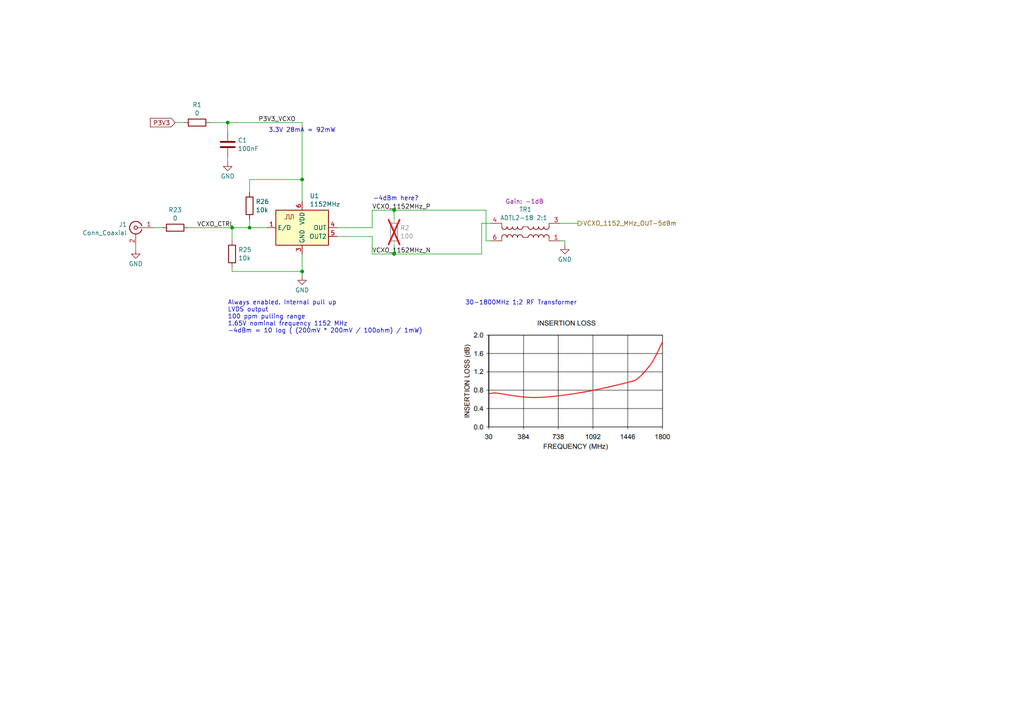
<source format=kicad_sch>
(kicad_sch (version 20231120) (generator "eeschema") (generator_version "8.0")
  (paper "A4")
  (lib_symbols
    (symbol "Connector:Conn_Coaxial" (pin_names (offset 1.016) hide)
      (property "Reference" "J" (at 0.254 3.048 0))
      (property "Value" "Conn_Coaxial" (at 2.921 0 90))
      (symbol "Conn_Coaxial_0_1"
        (arc (start -1.778 -0.508) (mid 0.2311 -1.8066) (end 1.778 0) (stroke (width 0.254)))
        (polyline (pts (xy -2.54 0) (xy -0.508 0)))
        (polyline (pts (xy 0 -2.54) (xy 0 -1.778)))
        (circle (center 0 0) (radius 0.508) (stroke (width 0.2032)))
        (arc (start 1.778 0) (mid 0.2099 1.8101) (end -1.778 0.508) (stroke (width 0.254)))
      )
      (symbol "Conn_Coaxial_1_1"
        (pin passive line (at -5.08 0 0) (length 2.54) (name "In") (number "1"))
        (pin passive line (at 0 -5.08 90) (length 2.54) (name "Ext") (number "2"))
      )
    )
    (symbol "Device:C" (pin_numbers hide) (pin_names (offset 0.254))
      (property "Reference" "C" (at 0.635 2.54 0))
      (property "Value" "C" (at 0.635 -2.54 0))
      (symbol "C_0_1"
        (polyline (pts (xy -2.032 -0.762) (xy 2.032 -0.762)) (stroke (width 0.508)))
        (polyline (pts (xy -2.032 0.762) (xy 2.032 0.762)) (stroke (width 0.508)))
      )
      (symbol "C_1_1"
        (pin passive line (at 0 3.81 270) (length 2.794) (name "~") (number "1"))
        (pin passive line (at 0 -3.81 90) (length 2.794) (name "~") (number "2"))
      )
    )
    (symbol "Device:R" (pin_numbers hide) (pin_names (offset 0))
      (property "Reference" "R" (at 2.032 0 90))
      (property "Value" "R" (at 0 0 90))
      (symbol "R_0_1"
        (rectangle (start -1.016 -2.54) (end 1.016 2.54) (stroke (width 0.254)))
      )
      (symbol "R_1_1"
        (pin passive line (at 0 3.81 270) (length 1.27) (name "~") (number "1"))
        (pin passive line (at 0 -3.81 90) (length 1.27) (name "~") (number "2"))
      )
    )
    (symbol "Oscillator:XUX73"
      (property "Reference" "U" (at -6.35 6.35 0))
      (property "Value" "XUX73" (at 5.08 6.35 0))
      (symbol "XUX73_0_1"
        (rectangle (start -7.62 5.08) (end 7.62 -5.08) (stroke (width 0.254)) (fill (type background)))
      )
      (symbol "XUX73_1_1"
        (polyline (pts (xy -5.08 2.54) (xy -4.445 2.54) (xy -4.445 3.81) (xy -3.81 3.81) (xy -3.81 2.54) (xy -3.175 2.54) (xy -3.175 3.81) (xy -2.54 3.81) (xy -2.54 2.54)))
        (pin input line (at -10.16 0 0) (length 2.54) (name "E/D") (number "1"))
        (pin no_connect line (at -7.62 -2.54 0) (length 2.54) hide (name "NC") (number "2"))
        (pin power_in line (at 0 -7.62 90) (length 2.54) (name "GND") (number "3"))
        (pin output line (at 10.16 0 180) (length 2.54) (name "OUT") (number "4"))
        (pin output line (at 10.16 -2.54 180) (length 2.54) (name "OUT2") (number "5"))
        (pin power_in line (at 0 7.62 270) (length 2.54) (name "VDD") (number "6"))
      )
    )
    (symbol "Transformer:ADTL2-18" (pin_names hide)
      (property "Reference" "TR" (at 0 3.81 0))
      (property "Value" "ADTL2-18" (at 0 -3.81 0))
      (symbol "ADTL2-18_0_1"
        (arc (start -6.858 1.524) (mid -6.096 0.7653) (end -5.334 1.524) (stroke (width 0.2032)))
        (arc (start -5.334 -1.524) (mid -6.096 -0.7653) (end -6.858 -1.524) (stroke (width 0.2032)))
        (arc (start -5.334 1.524) (mid -4.572 0.7653) (end -3.81 1.524) (stroke (width 0.2032)))
        (arc (start -3.81 -1.524) (mid -4.572 -0.7653) (end -5.334 -1.524) (stroke (width 0.2032)))
        (arc (start -3.81 1.524) (mid -3.048 0.7653) (end -2.286 1.524) (stroke (width 0.2032)))
        (arc (start -2.286 -1.524) (mid -3.048 -0.7653) (end -3.81 -1.524) (stroke (width 0.2032)))
        (arc (start -2.286 1.524) (mid -1.524 0.7653) (end -0.762 1.524) (stroke (width 0.2032)))
        (arc (start -0.762 -1.524) (mid -1.524 -0.7653) (end -2.286 -1.524) (stroke (width 0.2032)))
        (polyline (pts (xy -0.762 -1.524) (xy 0.762 -1.524)))
        (polyline (pts (xy -0.762 1.524) (xy 0.762 1.524)))
        (polyline (pts (xy -6.858 -1.524) (xy -6.858 -2.54) (xy -7.62 -2.54)))
        (polyline (pts (xy -6.858 1.524) (xy -6.858 2.54) (xy -7.62 2.54)))
        (polyline (pts (xy 6.858 -1.524) (xy 6.858 -2.54) (xy 7.62 -2.54)))
        (polyline (pts (xy 6.858 1.524) (xy 6.858 2.54) (xy 7.62 2.54)))
        (arc (start 0.762 1.524) (mid 1.524 0.7653) (end 2.286 1.524) (stroke (width 0.2032)))
        (arc (start 2.286 -1.524) (mid 1.524 -0.7653) (end 0.762 -1.524) (stroke (width 0.2032)))
        (arc (start 2.286 1.524) (mid 3.048 0.7653) (end 3.81 1.524) (stroke (width 0.2032)))
        (arc (start 3.81 -1.524) (mid 3.048 -0.7653) (end 2.286 -1.524) (stroke (width 0.2032)))
        (arc (start 3.81 1.524) (mid 4.572 0.7653) (end 5.334 1.524) (stroke (width 0.2032)))
        (arc (start 5.334 -1.524) (mid 4.572 -0.7653) (end 3.81 -1.524) (stroke (width 0.2032)))
        (arc (start 5.334 1.524) (mid 6.096 0.7653) (end 6.858 1.524) (stroke (width 0.2032)))
        (arc (start 6.858 -1.524) (mid 6.096 -0.7653) (end 5.334 -1.524) (stroke (width 0.2032)))
      )
      (symbol "ADTL2-18_1_1"
        (pin passive line (at -10.16 2.54 0) (length 2.54) (name "~") (number "1"))
        (pin passive line (at -10.16 -2.54 0) (length 2.54) (name "~") (number "3"))
        (pin passive line (at 10.16 -2.54 180) (length 2.54) (name "~") (number "4"))
        (pin passive line (at 10.16 2.54 180) (length 2.54) (name "~") (number "6"))
      )
    )
    (symbol "power:GND" (power) (pin_numbers hide) (pin_names (offset 0) hide)
      (property "Value" "GND" (at 0 -3.81 0))
      (symbol "GND_0_1"
        (polyline (pts (xy 0 0) (xy 0 -1.27) (xy 1.27 -1.27) (xy 0 -2.54) (xy -1.27 -1.27) (xy 0 -1.27)))
      )
      (symbol "GND_1_1"
        (pin power_in line (at 0 0 270) (length 0) (name "~") (number "1"))
      )
    )
  )
  (junction (at 87.63 78.74))
  (junction (at 87.63 52.07))
  (junction (at 66.04 35.56))
  (junction (at 114.3 60.96))
  (junction (at 67.31 66.04))
  (junction (at 114.3 73.66))
  (junction (at 72.39 66.04))
  (wire (pts (xy 67.31 66.04) (xy 72.39 66.04)))
  (wire (pts (xy 97.79 66.04) (xy 107.95 66.04)))
  (wire (pts (xy 114.3 73.66) (xy 107.95 73.66)))
  (wire (pts (xy 72.39 55.88) (xy 72.39 52.07)))
  (wire (pts (xy 67.31 78.74) (xy 87.63 78.74)))
  (wire (pts (xy 54.61 66.04) (xy 67.31 66.04)))
  (wire (pts (xy 142.24 64.77) (xy 139.7 64.77)))
  (wire (pts (xy 107.95 60.96) (xy 107.95 66.04)))
  (wire (pts (xy 142.24 69.85) (xy 140.97 69.85)))
  (wire (pts (xy 66.04 35.56) (xy 66.04 38.1)))
  (wire (pts (xy 44.45 66.04) (xy 46.99 66.04)))
  (wire (pts (xy 39.37 71.12) (xy 39.37 72.39)))
  (wire (pts (xy 67.31 77.47) (xy 67.31 78.74)))
  (wire (pts (xy 162.56 69.85) (xy 163.83 69.85)))
  (wire (pts (xy 72.39 63.5) (xy 72.39 66.04)))
  (wire (pts (xy 66.04 35.56) (xy 87.63 35.56)))
  (wire (pts (xy 60.96 35.56) (xy 66.04 35.56)))
  (wire (pts (xy 107.95 60.96) (xy 114.3 60.96)))
  (wire (pts (xy 67.31 66.04) (xy 67.31 69.85)))
  (wire (pts (xy 114.3 60.96) (xy 140.97 60.96)))
  (wire (pts (xy 87.63 52.07) (xy 87.63 58.42)))
  (wire (pts (xy 107.95 73.66) (xy 107.95 68.58)))
  (wire (pts (xy 114.3 73.66) (xy 139.7 73.66)))
  (wire (pts (xy 87.63 78.74) (xy 87.63 80.01)))
  (wire (pts (xy 139.7 64.77) (xy 139.7 73.66)))
  (wire (pts (xy 87.63 35.56) (xy 87.63 52.07)))
  (wire (pts (xy 114.3 60.96) (xy 114.3 63.5)))
  (wire (pts (xy 162.56 64.77) (xy 167.64 64.77)))
  (wire (pts (xy 107.95 68.58) (xy 97.79 68.58)))
  (wire (pts (xy 72.39 52.07) (xy 87.63 52.07)))
  (wire (pts (xy 163.83 69.85) (xy 163.83 71.12)))
  (wire (pts (xy 140.97 60.96) (xy 140.97 69.85)))
  (wire (pts (xy 66.04 45.72) (xy 66.04 46.99)))
  (wire (pts (xy 50.8 35.56) (xy 53.34 35.56)))
  (wire (pts (xy 114.3 73.66) (xy 114.3 71.12)))
  (wire (pts (xy 87.63 73.66) (xy 87.63 78.74)))
  (wire (pts (xy 72.39 66.04) (xy 77.47 66.04)))
  (image (at 164.465 111.76) (scale 0.627391))
  (text "Always enabled. Internal pull up \nLVDS output\n100 ppm pulling range\n1.65V nominal frequency 1152 MHz\n-4dBm = 10 log ( (200mV * 200mV / 100ohm) / 1mW) " (at 66.04 91.948 0) (effects (font (size 1.27 1.27)) (justify left)))
  (text "-4dBm here?" (at 114.808 57.658 0) (effects (font (size 1.27 1.27))))
  (text "3.3V 28mA = 92mW" (at 87.63 37.846 0) (effects (font (size 1.27 1.27))))
  (text "30-1800MHz 1:2 RF Transformer" (at 151.13 87.884 0) (effects (font (size 1.27 1.27))))
  (label "VCXO_CTRL" (at 57.15 66.04 0))
  (label "VCXO_1152MHz_N" (at 107.95 73.66 0))
  (label "VCXO_1152MHz_P" (at 107.95 60.96 0))
  (label "P3V3_VCXO" (at 74.93 35.56 0))
  (global_label "P3V3" (shape input) (at 50.8 35.56 180) (property "Intersheetrefs" "${INTERSHEET_REFS}" (effects (hide yes))))
  (hierarchical_label "VCXO_1152_MHz_OUT-5dBm" (shape output) (at 167.64 64.77 0))
  (symbol (lib_id "power:GND") (at 39.37 72.39 0) (unit 1)
    (property "Reference" "#PWR01" (effects (hide yes)))
    (property "Value" "GND" (at 39.37 76.5231 0))
    (property "Description" "Power symbol creates a global label with name \"GND\" , ground" (effects (hide yes)))
  )
  (symbol (lib_id "power:GND") (at 66.04 46.99 0) (unit 1)
    (property "Reference" "#PWR02" (effects (hide yes)))
    (property "Value" "GND" (at 66.04 51.1231 0))
    (property "Description" "Power symbol creates a global label with name \"GND\" , ground" (effects (hide yes)))
  )
  (symbol (lib_id "Device:R") (at 114.3 67.31 0) (unit 1) (dnp yes)
    (property "Reference" "R2" (at 116.078 66.0978 0) (effects (justify left)))
    (property "Value" "100" (at 116.078 68.5221 0) (effects (justify left)))
    (property "Footprint" "Resistor_SMD:R_0603_1608Metric_Pad0.98x0.95mm_HandSolder" (effects (hide yes)))
    (property "Description" "Resistor" (effects (hide yes)))
  )
  (symbol (lib_id "Connector:Conn_Coaxial") (at 39.37 66.04 0) (mirror y) (unit 1)
    (property "Reference" "J1" (at 36.8299 65.121 0) (effects (justify left)))
    (property "Value" "Conn_Coaxial" (at 36.8299 67.5453 0) (effects (justify left)))
    (property "Footprint" "Connector_Coaxial:BNC_Amphenol_B6252HB-NPP3G-50_Horizontal" (effects (hide yes)))
    (property "Datasheet" " ~" (effects (hide yes)))
    (property "Description" "coaxial connector (BNC, SMA, SMB, SMC, Cinch/RCA, LEMO, ...)" (effects (hide yes)))
  )
  (symbol (lib_id "Device:R") (at 72.39 59.69 180) (unit 1)
    (property "Reference" "R26" (at 74.168 58.4778 0) (effects (justify right)))
    (property "Value" "10k" (at 74.168 60.9021 0) (effects (justify right)))
    (property "Footprint" "Resistor_SMD:R_0603_1608Metric_Pad0.98x0.95mm_HandSolder" (effects (hide yes)))
    (property "Description" "Resistor" (effects (hide yes)))
  )
  (symbol (lib_id "power:GND") (at 163.83 71.12 0) (unit 1)
    (property "Reference" "#PWR04" (effects (hide yes)))
    (property "Value" "GND" (at 163.83 75.2531 0))
    (property "Description" "Power symbol creates a global label with name \"GND\" , ground" (effects (hide yes)))
  )
  (symbol (lib_id "Transformer:ADTL2-18") (at 152.4 67.31 180) (unit 1)
    (property "Reference" "TR1" (at 152.4 60.7525 0))
    (property "Value" "ADTL2-18 2:1 " (at 152.4 63.1768 0))
    (property "Footprint" "RF_Mini-Circuits:Mini-Circuits_CD542_H2.84mm" (effects (hide yes)))
    (property "Datasheet" "https://www.minicircuits.com/pdfs/ADTL2-18+.pdf" (effects (hide yes)))
    (property "Description" "30-1800MHz 1:2 RF Transformer, Balanced Transmission Line, CD542" (effects (hide yes)))
    (property "Gain" "-1dB" (at 152.146 58.42 0) (show_name yes))
  )
  (symbol (lib_id "Device:R") (at 67.31 73.66 180) (unit 1)
    (property "Reference" "R25" (at 69.088 72.4478 0) (effects (justify right)))
    (property "Value" "10k" (at 69.088 74.8721 0) (effects (justify right)))
    (property "Footprint" "Resistor_SMD:R_0603_1608Metric_Pad0.98x0.95mm_HandSolder" (effects (hide yes)))
    (property "Description" "Resistor" (effects (hide yes)))
  )
  (symbol (lib_id "Device:C") (at 66.04 41.91 0) (unit 1)
    (property "Reference" "C1" (at 68.961 40.6978 0) (effects (justify left)))
    (property "Value" "100nF" (at 68.961 43.1221 0) (effects (justify left)))
    (property "Footprint" "Capacitor_SMD:C_0603_1608Metric_Pad1.08x0.95mm_HandSolder" (effects (hide yes)))
    (property "Description" "Unpolarized capacitor" (effects (hide yes)))
  )
  (symbol (lib_id "power:GND") (at 87.63 80.01 0) (unit 1)
    (property "Reference" "#PWR03" (effects (hide yes)))
    (property "Value" "GND" (at 87.63 84.1431 0))
    (property "Description" "Power symbol creates a global label with name \"GND\" , ground" (effects (hide yes)))
  )
  (symbol (lib_id "Device:R") (at 57.15 35.56 90) (unit 1)
    (property "Reference" "R1" (at 57.15 30.3995 90))
    (property "Value" "0" (at 57.15 32.8238 90))
    (property "Footprint" "Resistor_SMD:R_0603_1608Metric_Pad0.98x0.95mm_HandSolder" (effects (hide yes)))
    (property "Description" "Resistor" (effects (hide yes)))
  )
  (symbol (lib_id "Oscillator:XUX73") (at 87.63 66.04 0) (unit 1)
    (property "Reference" "U1" (at 89.8241 56.8155 0) (effects (justify left)))
    (property "Value" "1152MHz" (at 89.8241 59.2398 0) (effects (justify left)))
    (property "Footprint" "Oscillator:Oscillator_SMD_IDT_JU6-6_7.0x5.0mm_P2.54mm" (effects (hide yes)))
    (property "Datasheet" "https://www.renesas.com/us/en/document/dst/xu-family-low-phase-noise-quartz-based-pll-oscillators-datasheet" (effects (hide yes)))
    (property "Description" "Low phase noise, quartz-based PLL oscillator, 0.016-1500 MHz, complementary output" (effects (hide yes)))
  )
  (symbol (lib_id "Device:R") (at 50.8 66.04 90) (unit 1)
    (property "Reference" "R23" (at 50.8 60.8795 90))
    (property "Value" "0" (at 50.8 63.3038 90))
    (property "Footprint" "Resistor_SMD:R_0603_1608Metric_Pad0.98x0.95mm_HandSolder" (effects (hide yes)))
    (property "Description" "Resistor" (effects (hide yes)))
  )
)
</source>
